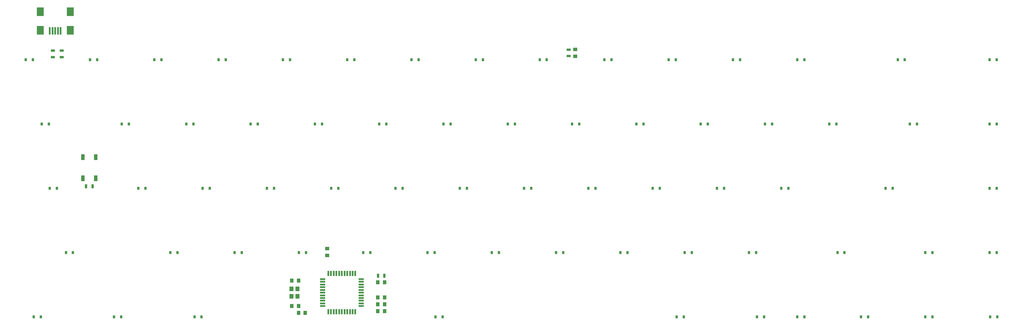
<source format=gbp>
G04 #@! TF.FileFunction,Paste,Bot*
%FSLAX46Y46*%
G04 Gerber Fmt 4.6, Leading zero omitted, Abs format (unit mm)*
G04 Created by KiCad (PCBNEW 4.0.5+dfsg1-4) date Wed Nov 15 23:16:21 2017*
%MOMM*%
%LPD*%
G01*
G04 APERTURE LIST*
%ADD10C,0.100000*%
%ADD11R,0.550000X1.500000*%
%ADD12R,1.500000X0.550000*%
%ADD13R,0.500000X2.300000*%
%ADD14R,2.000000X2.500000*%
%ADD15R,1.000000X1.700000*%
%ADD16R,1.000000X1.250000*%
%ADD17R,1.250000X1.000000*%
%ADD18R,1.300000X0.700000*%
%ADD19R,0.700000X1.300000*%
%ADD20R,1.200000X1.400000*%
%ADD21R,0.800000X0.900000*%
G04 APERTURE END LIST*
D10*
D11*
X135906250Y-133096875D03*
X135106250Y-133096875D03*
X134306250Y-133096875D03*
X133506250Y-133096875D03*
X132706250Y-133096875D03*
X131906250Y-133096875D03*
X131106250Y-133096875D03*
X130306250Y-133096875D03*
X129506250Y-133096875D03*
X128706250Y-133096875D03*
X127906250Y-133096875D03*
D12*
X126206250Y-131396875D03*
X126206250Y-130596875D03*
X126206250Y-129796875D03*
X126206250Y-128996875D03*
X126206250Y-128196875D03*
X126206250Y-127396875D03*
X126206250Y-126596875D03*
X126206250Y-125796875D03*
X126206250Y-124996875D03*
X126206250Y-124196875D03*
X126206250Y-123396875D03*
D11*
X127906250Y-121696875D03*
X128706250Y-121696875D03*
X129506250Y-121696875D03*
X130306250Y-121696875D03*
X131106250Y-121696875D03*
X131906250Y-121696875D03*
X132706250Y-121696875D03*
X133506250Y-121696875D03*
X134306250Y-121696875D03*
X135106250Y-121696875D03*
X135906250Y-121696875D03*
D12*
X137606250Y-123396875D03*
X137606250Y-124196875D03*
X137606250Y-124996875D03*
X137606250Y-125796875D03*
X137606250Y-126596875D03*
X137606250Y-127396875D03*
X137606250Y-128196875D03*
X137606250Y-128996875D03*
X137606250Y-129796875D03*
X137606250Y-130596875D03*
X137606250Y-131396875D03*
D13*
X45375000Y-49800000D03*
X46175000Y-49800000D03*
X46975000Y-49800000D03*
X47775000Y-49800000D03*
X48575000Y-49800000D03*
D14*
X42525000Y-49700000D03*
X42525000Y-44200000D03*
X51425000Y-49700000D03*
X51425000Y-44200000D03*
D15*
X55175000Y-87212500D03*
X55175000Y-93512500D03*
X58975000Y-87212500D03*
X58975000Y-93512500D03*
D16*
X117075000Y-123862500D03*
X119075000Y-123862500D03*
X117075000Y-131362500D03*
X119075000Y-131362500D03*
X142575000Y-124362500D03*
X144575000Y-124362500D03*
X142575000Y-128862500D03*
X144575000Y-128862500D03*
D17*
X127575000Y-116362500D03*
X127575000Y-114362500D03*
D16*
X121075000Y-133362500D03*
X119075000Y-133362500D03*
X142575000Y-130862500D03*
X144575000Y-130862500D03*
X142575000Y-132862500D03*
X144575000Y-132862500D03*
D17*
X201075000Y-55362500D03*
X201075000Y-57362500D03*
D18*
X48869600Y-55681840D03*
X48869600Y-57581840D03*
X46296580Y-57581840D03*
X46296580Y-55681840D03*
D19*
X56125000Y-95862500D03*
X58025000Y-95862500D03*
X142625000Y-122362500D03*
X144525000Y-122362500D03*
D18*
X199075000Y-57312500D03*
X199075000Y-55412500D03*
D20*
X117021875Y-128496875D03*
X117021875Y-126296875D03*
X118721875Y-126296875D03*
X118721875Y-128496875D03*
D21*
X40340625Y-58340625D03*
X38240625Y-58340625D03*
X230840625Y-58340625D03*
X228740625Y-58340625D03*
X249890625Y-58340625D03*
X247790625Y-58340625D03*
X268940625Y-58340625D03*
X266840625Y-58340625D03*
X298706250Y-58340625D03*
X296606250Y-58340625D03*
X325950000Y-58340625D03*
X323850000Y-58340625D03*
X325950000Y-77390625D03*
X323850000Y-77390625D03*
X325950000Y-96440625D03*
X323850000Y-96440625D03*
X306900000Y-115490625D03*
X304800000Y-115490625D03*
X325950000Y-115490625D03*
X323850000Y-115490625D03*
X287850000Y-134540625D03*
X285750000Y-134540625D03*
X306900000Y-134540625D03*
X304800000Y-134540625D03*
X326090625Y-134540625D03*
X323990625Y-134540625D03*
X59390625Y-58340625D03*
X57290625Y-58340625D03*
X240365625Y-77390625D03*
X238265625Y-77390625D03*
X259415625Y-77390625D03*
X257315625Y-77390625D03*
X278465625Y-77390625D03*
X276365625Y-77390625D03*
X302278125Y-77390625D03*
X300178125Y-77390625D03*
X78440625Y-58340625D03*
X76340625Y-58340625D03*
X245128125Y-96440625D03*
X243028125Y-96440625D03*
X264178125Y-96440625D03*
X262078125Y-96440625D03*
X295134375Y-96440625D03*
X293034375Y-96440625D03*
X97490625Y-58340625D03*
X95390625Y-58340625D03*
X254653125Y-115490625D03*
X252553125Y-115490625D03*
X280846875Y-115490625D03*
X278746875Y-115490625D03*
X116540625Y-58340625D03*
X114440625Y-58340625D03*
X268940625Y-134540625D03*
X266840625Y-134540625D03*
X135590625Y-58340625D03*
X133490625Y-58340625D03*
X154640625Y-58340625D03*
X152540625Y-58340625D03*
X173690625Y-58340625D03*
X171590625Y-58340625D03*
X192625000Y-58340625D03*
X190525000Y-58340625D03*
X211790625Y-58340625D03*
X209690625Y-58340625D03*
X45103125Y-77390625D03*
X43003125Y-77390625D03*
X68775000Y-77390625D03*
X66675000Y-77390625D03*
X87965625Y-77390625D03*
X85865625Y-77390625D03*
X107015625Y-77390625D03*
X104915625Y-77390625D03*
X126065625Y-77390625D03*
X123965625Y-77390625D03*
X145115625Y-77390625D03*
X143015625Y-77390625D03*
X164165625Y-77390625D03*
X162065625Y-77390625D03*
X183215625Y-77390625D03*
X181115625Y-77390625D03*
X202265625Y-77390625D03*
X200165625Y-77390625D03*
X221315625Y-77390625D03*
X219215625Y-77390625D03*
X47484375Y-96440625D03*
X45384375Y-96440625D03*
X73678125Y-96440625D03*
X71578125Y-96440625D03*
X92728125Y-96440625D03*
X90628125Y-96440625D03*
X111778125Y-96440625D03*
X109678125Y-96440625D03*
X130828125Y-96440625D03*
X128728125Y-96440625D03*
X149878125Y-96440625D03*
X147778125Y-96440625D03*
X168928125Y-96440625D03*
X166828125Y-96440625D03*
X187978125Y-96440625D03*
X185878125Y-96440625D03*
X207028125Y-96440625D03*
X204928125Y-96440625D03*
X226078125Y-96440625D03*
X223978125Y-96440625D03*
X52246875Y-115490625D03*
X50146875Y-115490625D03*
X83203125Y-115490625D03*
X81103125Y-115490625D03*
X102253125Y-115490625D03*
X100153125Y-115490625D03*
X121303125Y-115490625D03*
X119203125Y-115490625D03*
X140353125Y-115490625D03*
X138253125Y-115490625D03*
X159403125Y-115490625D03*
X157303125Y-115490625D03*
X178453125Y-115490625D03*
X176353125Y-115490625D03*
X197503125Y-115490625D03*
X195403125Y-115490625D03*
X216553125Y-115490625D03*
X214453125Y-115490625D03*
X235603125Y-115490625D03*
X233503125Y-115490625D03*
X42721875Y-134540625D03*
X40621875Y-134540625D03*
X66534375Y-134540625D03*
X64434375Y-134540625D03*
X90346875Y-134540625D03*
X88246875Y-134540625D03*
X161784375Y-134540625D03*
X159684375Y-134540625D03*
X233221875Y-134540625D03*
X231121875Y-134540625D03*
X257034375Y-134540625D03*
X254934375Y-134540625D03*
M02*

</source>
